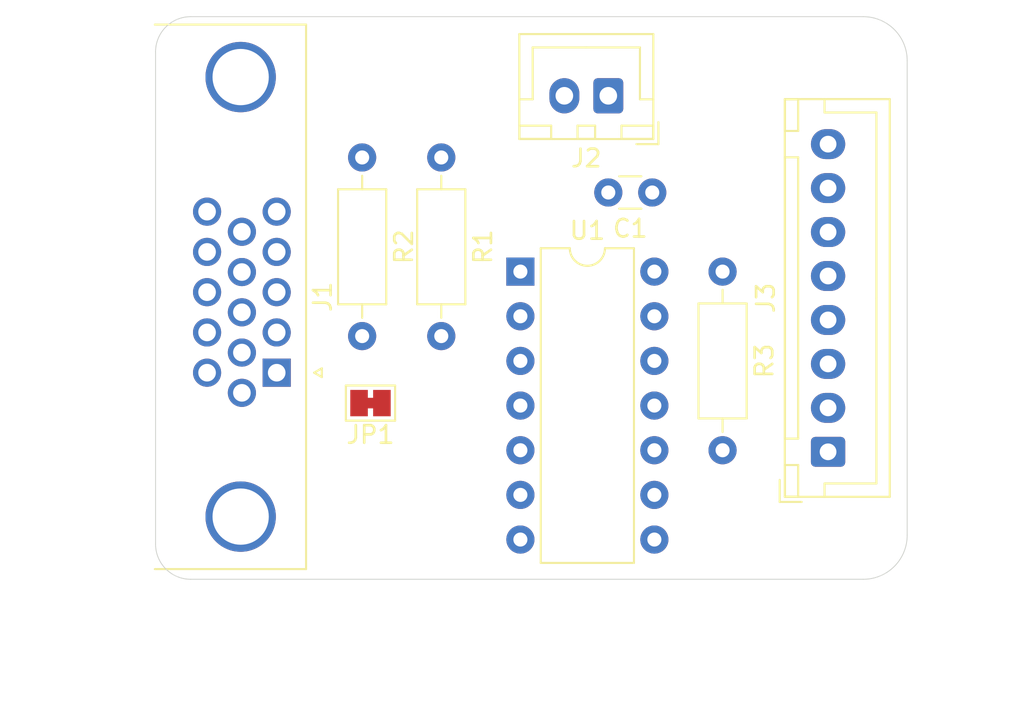
<source format=kicad_pcb>
(kicad_pcb (version 20171130) (host pcbnew "(5.1.10)-1")

  (general
    (thickness 1.6)
    (drawings 20)
    (tracks 0)
    (zones 0)
    (modules 9)
    (nets 25)
  )

  (page A4)
  (layers
    (0 F.Cu signal)
    (31 B.Cu signal)
    (32 B.Adhes user)
    (33 F.Adhes user)
    (34 B.Paste user)
    (35 F.Paste user)
    (36 B.SilkS user)
    (37 F.SilkS user)
    (38 B.Mask user)
    (39 F.Mask user)
    (40 Dwgs.User user)
    (41 Cmts.User user)
    (42 Eco1.User user)
    (43 Eco2.User user)
    (44 Edge.Cuts user)
    (45 Margin user)
    (46 B.CrtYd user)
    (47 F.CrtYd user)
    (48 B.Fab user)
    (49 F.Fab user)
  )

  (setup
    (last_trace_width 0.25)
    (trace_clearance 0.2)
    (zone_clearance 0.508)
    (zone_45_only no)
    (trace_min 0.2)
    (via_size 0.8)
    (via_drill 0.4)
    (via_min_size 0.4)
    (via_min_drill 0.3)
    (uvia_size 0.3)
    (uvia_drill 0.1)
    (uvias_allowed no)
    (uvia_min_size 0.2)
    (uvia_min_drill 0.1)
    (edge_width 0.05)
    (segment_width 0.2)
    (pcb_text_width 0.3)
    (pcb_text_size 1.5 1.5)
    (mod_edge_width 0.12)
    (mod_text_size 1 1)
    (mod_text_width 0.15)
    (pad_size 1.524 1.524)
    (pad_drill 0.762)
    (pad_to_mask_clearance 0)
    (aux_axis_origin 0 0)
    (visible_elements FFFFFF7F)
    (pcbplotparams
      (layerselection 0x010fc_ffffffff)
      (usegerberextensions false)
      (usegerberattributes true)
      (usegerberadvancedattributes true)
      (creategerberjobfile true)
      (excludeedgelayer true)
      (linewidth 0.100000)
      (plotframeref false)
      (viasonmask false)
      (mode 1)
      (useauxorigin false)
      (hpglpennumber 1)
      (hpglpenspeed 20)
      (hpglpendiameter 15.000000)
      (psnegative false)
      (psa4output false)
      (plotreference true)
      (plotvalue true)
      (plotinvisibletext false)
      (padsonsilk false)
      (subtractmaskfromsilk false)
      (outputformat 1)
      (mirror false)
      (drillshape 1)
      (scaleselection 1)
      (outputdirectory ""))
  )

  (net 0 "")
  (net 1 GND)
  (net 2 +5V)
  (net 3 "Net-(J1-Pad0)")
  (net 4 "Net-(J1-Pad15)")
  (net 5 /VSync)
  (net 6 /HSync)
  (net 7 "Net-(J1-Pad12)")
  (net 8 "Net-(J1-Pad11)")
  (net 9 "Net-(J1-Pad9)")
  (net 10 "Net-(J1-Pad4)")
  (net 11 Blue)
  (net 12 Green)
  (net 13 Red)
  (net 14 "Net-(J3-Pad5)")
  (net 15 "Net-(J3-Pad4)")
  (net 16 "Net-(J3-Pad3)")
  (net 17 /CSync)
  (net 18 "Net-(U1-Pad13)")
  (net 19 "Net-(U1-Pad12)")
  (net 20 "Net-(U1-Pad11)")
  (net 21 "Net-(U1-Pad3)")
  (net 22 "Net-(U1-Pad10)")
  (net 23 "Net-(U1-Pad9)")
  (net 24 "Net-(U1-Pad8)")

  (net_class Default "This is the default net class."
    (clearance 0.2)
    (trace_width 0.25)
    (via_dia 0.8)
    (via_drill 0.4)
    (uvia_dia 0.3)
    (uvia_drill 0.1)
    (add_net +5V)
    (add_net /CSync)
    (add_net /HSync)
    (add_net /VSync)
    (add_net Blue)
    (add_net GND)
    (add_net Green)
    (add_net "Net-(J1-Pad0)")
    (add_net "Net-(J1-Pad11)")
    (add_net "Net-(J1-Pad12)")
    (add_net "Net-(J1-Pad15)")
    (add_net "Net-(J1-Pad4)")
    (add_net "Net-(J1-Pad9)")
    (add_net "Net-(J3-Pad3)")
    (add_net "Net-(J3-Pad4)")
    (add_net "Net-(J3-Pad5)")
    (add_net "Net-(U1-Pad10)")
    (add_net "Net-(U1-Pad11)")
    (add_net "Net-(U1-Pad12)")
    (add_net "Net-(U1-Pad13)")
    (add_net "Net-(U1-Pad3)")
    (add_net "Net-(U1-Pad8)")
    (add_net "Net-(U1-Pad9)")
    (add_net Red)
  )

  (module Connector_Dsub:DSUB-15-HD_Female_Horizontal_P2.29x1.98mm_EdgePinOffset3.03mm_Housed_MountingHolesOffset4.94mm (layer F.Cu) (tedit 59FEDEE2) (tstamp 617BBBEE)
    (at 104.14 76.75 270)
    (descr "15-pin D-Sub connector, horizontal/angled (90 deg), THT-mount, female, pitch 2.29x1.98mm, pin-PCB-offset 3.0300000000000002mm, distance of mounting holes 25mm, distance of mounting holes to PCB edge 4.9399999999999995mm, see https://disti-assets.s3.amazonaws.com/tonar/files/datasheets/16730.pdf")
    (tags "15-pin D-Sub connector horizontal angled 90deg THT female pitch 2.29x1.98mm pin-PCB-offset 3.0300000000000002mm mounting-holes-distance 25mm mounting-hole-offset 25mm")
    (path /617AF535)
    (fp_text reference J1 (at -4.315 -2.61 90) (layer F.SilkS)
      (effects (font (size 1 1) (thickness 0.15)))
    )
    (fp_text value DB15_Female_HighDensity_MountingHoles (at -4.315 14.89 90) (layer F.Fab)
      (effects (font (size 1 1) (thickness 0.15)))
    )
    (fp_text user %R (at -4.315 10.39 90) (layer F.Fab)
      (effects (font (size 1 1) (thickness 0.15)))
    )
    (fp_arc (start 8.185 2.05) (end 6.585 2.05) (angle 180) (layer F.Fab) (width 0.1))
    (fp_arc (start -16.815 2.05) (end -18.415 2.05) (angle 180) (layer F.Fab) (width 0.1))
    (fp_line (start -19.74 -1.61) (end -19.74 6.99) (layer F.Fab) (width 0.1))
    (fp_line (start -19.74 6.99) (end 11.11 6.99) (layer F.Fab) (width 0.1))
    (fp_line (start 11.11 6.99) (end 11.11 -1.61) (layer F.Fab) (width 0.1))
    (fp_line (start 11.11 -1.61) (end -19.74 -1.61) (layer F.Fab) (width 0.1))
    (fp_line (start -19.74 6.99) (end -19.74 7.39) (layer F.Fab) (width 0.1))
    (fp_line (start -19.74 7.39) (end 11.11 7.39) (layer F.Fab) (width 0.1))
    (fp_line (start 11.11 7.39) (end 11.11 6.99) (layer F.Fab) (width 0.1))
    (fp_line (start 11.11 6.99) (end -19.74 6.99) (layer F.Fab) (width 0.1))
    (fp_line (start -12.465 7.39) (end -12.465 13.39) (layer F.Fab) (width 0.1))
    (fp_line (start -12.465 13.39) (end 3.835 13.39) (layer F.Fab) (width 0.1))
    (fp_line (start 3.835 13.39) (end 3.835 7.39) (layer F.Fab) (width 0.1))
    (fp_line (start 3.835 7.39) (end -12.465 7.39) (layer F.Fab) (width 0.1))
    (fp_line (start -19.315 7.39) (end -19.315 12.39) (layer F.Fab) (width 0.1))
    (fp_line (start -19.315 12.39) (end -14.315 12.39) (layer F.Fab) (width 0.1))
    (fp_line (start -14.315 12.39) (end -14.315 7.39) (layer F.Fab) (width 0.1))
    (fp_line (start -14.315 7.39) (end -19.315 7.39) (layer F.Fab) (width 0.1))
    (fp_line (start 5.685 7.39) (end 5.685 12.39) (layer F.Fab) (width 0.1))
    (fp_line (start 5.685 12.39) (end 10.685 12.39) (layer F.Fab) (width 0.1))
    (fp_line (start 10.685 12.39) (end 10.685 7.39) (layer F.Fab) (width 0.1))
    (fp_line (start 10.685 7.39) (end 5.685 7.39) (layer F.Fab) (width 0.1))
    (fp_line (start -18.415 6.99) (end -18.415 2.05) (layer F.Fab) (width 0.1))
    (fp_line (start -15.215 6.99) (end -15.215 2.05) (layer F.Fab) (width 0.1))
    (fp_line (start 6.585 6.99) (end 6.585 2.05) (layer F.Fab) (width 0.1))
    (fp_line (start 9.785 6.99) (end 9.785 2.05) (layer F.Fab) (width 0.1))
    (fp_line (start -19.8 6.93) (end -19.8 -1.67) (layer F.SilkS) (width 0.12))
    (fp_line (start -19.8 -1.67) (end 11.17 -1.67) (layer F.SilkS) (width 0.12))
    (fp_line (start 11.17 -1.67) (end 11.17 6.93) (layer F.SilkS) (width 0.12))
    (fp_line (start -0.25 -2.564338) (end 0.25 -2.564338) (layer F.SilkS) (width 0.12))
    (fp_line (start 0.25 -2.564338) (end 0 -2.131325) (layer F.SilkS) (width 0.12))
    (fp_line (start 0 -2.131325) (end -0.25 -2.564338) (layer F.SilkS) (width 0.12))
    (fp_line (start -20.25 -2.15) (end -20.25 13.9) (layer F.CrtYd) (width 0.05))
    (fp_line (start -20.25 13.9) (end 11.65 13.9) (layer F.CrtYd) (width 0.05))
    (fp_line (start 11.65 13.9) (end 11.65 -2.15) (layer F.CrtYd) (width 0.05))
    (fp_line (start 11.65 -2.15) (end -20.25 -2.15) (layer F.CrtYd) (width 0.05))
    (pad 0 thru_hole circle (at 8.185 2.05 270) (size 4 4) (drill 3.2) (layers *.Cu *.Mask)
      (net 3 "Net-(J1-Pad0)"))
    (pad 0 thru_hole circle (at -16.815 2.05 270) (size 4 4) (drill 3.2) (layers *.Cu *.Mask)
      (net 3 "Net-(J1-Pad0)"))
    (pad 15 thru_hole circle (at -9.16 3.96 270) (size 1.6 1.6) (drill 1) (layers *.Cu *.Mask)
      (net 4 "Net-(J1-Pad15)"))
    (pad 14 thru_hole circle (at -6.87 3.96 270) (size 1.6 1.6) (drill 1) (layers *.Cu *.Mask)
      (net 5 /VSync))
    (pad 13 thru_hole circle (at -4.58 3.96 270) (size 1.6 1.6) (drill 1) (layers *.Cu *.Mask)
      (net 6 /HSync))
    (pad 12 thru_hole circle (at -2.29 3.96 270) (size 1.6 1.6) (drill 1) (layers *.Cu *.Mask)
      (net 7 "Net-(J1-Pad12)"))
    (pad 11 thru_hole circle (at 0 3.96 270) (size 1.6 1.6) (drill 1) (layers *.Cu *.Mask)
      (net 8 "Net-(J1-Pad11)"))
    (pad 10 thru_hole circle (at -8.015 1.98 270) (size 1.6 1.6) (drill 1) (layers *.Cu *.Mask)
      (net 1 GND))
    (pad 9 thru_hole circle (at -5.725 1.98 270) (size 1.6 1.6) (drill 1) (layers *.Cu *.Mask)
      (net 9 "Net-(J1-Pad9)"))
    (pad 8 thru_hole circle (at -3.435 1.98 270) (size 1.6 1.6) (drill 1) (layers *.Cu *.Mask)
      (net 1 GND))
    (pad 7 thru_hole circle (at -1.145 1.98 270) (size 1.6 1.6) (drill 1) (layers *.Cu *.Mask)
      (net 1 GND))
    (pad 6 thru_hole circle (at 1.145 1.98 270) (size 1.6 1.6) (drill 1) (layers *.Cu *.Mask)
      (net 1 GND))
    (pad 5 thru_hole circle (at -9.16 0 270) (size 1.6 1.6) (drill 1) (layers *.Cu *.Mask)
      (net 1 GND))
    (pad 4 thru_hole circle (at -6.87 0 270) (size 1.6 1.6) (drill 1) (layers *.Cu *.Mask)
      (net 10 "Net-(J1-Pad4)"))
    (pad 3 thru_hole circle (at -4.58 0 270) (size 1.6 1.6) (drill 1) (layers *.Cu *.Mask)
      (net 11 Blue))
    (pad 2 thru_hole circle (at -2.29 0 270) (size 1.6 1.6) (drill 1) (layers *.Cu *.Mask)
      (net 12 Green))
    (pad 1 thru_hole rect (at 0 0 270) (size 1.6 1.6) (drill 1) (layers *.Cu *.Mask)
      (net 13 Red))
    (model ${KISYS3DMOD}/Connector_Dsub.3dshapes/DSUB-15-HD_Female_Horizontal_P2.29x1.98mm_EdgePinOffset3.03mm_Housed_MountingHolesOffset4.94mm.wrl
      (at (xyz 0 0 0))
      (scale (xyz 1 1 1))
      (rotate (xyz 0 0 0))
    )
  )

  (module Package_DIP:DIP-14_W7.62mm (layer F.Cu) (tedit 5A02E8C5) (tstamp 617B9516)
    (at 118 71)
    (descr "14-lead though-hole mounted DIP package, row spacing 7.62 mm (300 mils)")
    (tags "THT DIP DIL PDIP 2.54mm 7.62mm 300mil")
    (path /617B8B9C)
    (fp_text reference U1 (at 3.81 -2.33) (layer F.SilkS)
      (effects (font (size 1 1) (thickness 0.15)))
    )
    (fp_text value 74LS86 (at 3.81 17.57) (layer F.Fab)
      (effects (font (size 1 1) (thickness 0.15)))
    )
    (fp_text user %R (at 3.81 7.62) (layer F.Fab)
      (effects (font (size 1 1) (thickness 0.15)))
    )
    (fp_arc (start 3.81 -1.33) (end 2.81 -1.33) (angle -180) (layer F.SilkS) (width 0.12))
    (fp_line (start 1.635 -1.27) (end 6.985 -1.27) (layer F.Fab) (width 0.1))
    (fp_line (start 6.985 -1.27) (end 6.985 16.51) (layer F.Fab) (width 0.1))
    (fp_line (start 6.985 16.51) (end 0.635 16.51) (layer F.Fab) (width 0.1))
    (fp_line (start 0.635 16.51) (end 0.635 -0.27) (layer F.Fab) (width 0.1))
    (fp_line (start 0.635 -0.27) (end 1.635 -1.27) (layer F.Fab) (width 0.1))
    (fp_line (start 2.81 -1.33) (end 1.16 -1.33) (layer F.SilkS) (width 0.12))
    (fp_line (start 1.16 -1.33) (end 1.16 16.57) (layer F.SilkS) (width 0.12))
    (fp_line (start 1.16 16.57) (end 6.46 16.57) (layer F.SilkS) (width 0.12))
    (fp_line (start 6.46 16.57) (end 6.46 -1.33) (layer F.SilkS) (width 0.12))
    (fp_line (start 6.46 -1.33) (end 4.81 -1.33) (layer F.SilkS) (width 0.12))
    (fp_line (start -1.1 -1.55) (end -1.1 16.8) (layer F.CrtYd) (width 0.05))
    (fp_line (start -1.1 16.8) (end 8.7 16.8) (layer F.CrtYd) (width 0.05))
    (fp_line (start 8.7 16.8) (end 8.7 -1.55) (layer F.CrtYd) (width 0.05))
    (fp_line (start 8.7 -1.55) (end -1.1 -1.55) (layer F.CrtYd) (width 0.05))
    (pad 14 thru_hole oval (at 7.62 0) (size 1.6 1.6) (drill 0.8) (layers *.Cu *.Mask)
      (net 2 +5V))
    (pad 7 thru_hole oval (at 0 15.24) (size 1.6 1.6) (drill 0.8) (layers *.Cu *.Mask)
      (net 1 GND))
    (pad 13 thru_hole oval (at 7.62 2.54) (size 1.6 1.6) (drill 0.8) (layers *.Cu *.Mask)
      (net 18 "Net-(U1-Pad13)"))
    (pad 6 thru_hole oval (at 0 12.7) (size 1.6 1.6) (drill 0.8) (layers *.Cu *.Mask)
      (net 17 /CSync))
    (pad 12 thru_hole oval (at 7.62 5.08) (size 1.6 1.6) (drill 0.8) (layers *.Cu *.Mask)
      (net 19 "Net-(U1-Pad12)"))
    (pad 5 thru_hole oval (at 0 10.16) (size 1.6 1.6) (drill 0.8) (layers *.Cu *.Mask)
      (net 2 +5V))
    (pad 11 thru_hole oval (at 7.62 7.62) (size 1.6 1.6) (drill 0.8) (layers *.Cu *.Mask)
      (net 20 "Net-(U1-Pad11)"))
    (pad 4 thru_hole oval (at 0 7.62) (size 1.6 1.6) (drill 0.8) (layers *.Cu *.Mask)
      (net 21 "Net-(U1-Pad3)"))
    (pad 10 thru_hole oval (at 7.62 10.16) (size 1.6 1.6) (drill 0.8) (layers *.Cu *.Mask)
      (net 22 "Net-(U1-Pad10)"))
    (pad 3 thru_hole oval (at 0 5.08) (size 1.6 1.6) (drill 0.8) (layers *.Cu *.Mask)
      (net 21 "Net-(U1-Pad3)"))
    (pad 9 thru_hole oval (at 7.62 12.7) (size 1.6 1.6) (drill 0.8) (layers *.Cu *.Mask)
      (net 23 "Net-(U1-Pad9)"))
    (pad 2 thru_hole oval (at 0 2.54) (size 1.6 1.6) (drill 0.8) (layers *.Cu *.Mask)
      (net 5 /VSync))
    (pad 8 thru_hole oval (at 7.62 15.24) (size 1.6 1.6) (drill 0.8) (layers *.Cu *.Mask)
      (net 24 "Net-(U1-Pad8)"))
    (pad 1 thru_hole rect (at 0 0) (size 1.6 1.6) (drill 0.8) (layers *.Cu *.Mask)
      (net 6 /HSync))
    (model ${KISYS3DMOD}/Package_DIP.3dshapes/DIP-14_W7.62mm.wrl
      (at (xyz 0 0 0))
      (scale (xyz 1 1 1))
      (rotate (xyz 0 0 0))
    )
  )

  (module Resistor_THT:R_Axial_DIN0207_L6.3mm_D2.5mm_P10.16mm_Horizontal (layer F.Cu) (tedit 5AE5139B) (tstamp 617B94F4)
    (at 129.5 71 270)
    (descr "Resistor, Axial_DIN0207 series, Axial, Horizontal, pin pitch=10.16mm, 0.25W = 1/4W, length*diameter=6.3*2.5mm^2, http://cdn-reichelt.de/documents/datenblatt/B400/1_4W%23YAG.pdf")
    (tags "Resistor Axial_DIN0207 series Axial Horizontal pin pitch 10.16mm 0.25W = 1/4W length 6.3mm diameter 2.5mm")
    (path /617F445A)
    (fp_text reference R3 (at 5.08 -2.37 90) (layer F.SilkS)
      (effects (font (size 1 1) (thickness 0.15)))
    )
    (fp_text value 0Ohm (at 5.08 2.37 90) (layer F.Fab)
      (effects (font (size 1 1) (thickness 0.15)))
    )
    (fp_text user %R (at 5.08 0 90) (layer F.Fab)
      (effects (font (size 1 1) (thickness 0.15)))
    )
    (fp_line (start 1.93 -1.25) (end 1.93 1.25) (layer F.Fab) (width 0.1))
    (fp_line (start 1.93 1.25) (end 8.23 1.25) (layer F.Fab) (width 0.1))
    (fp_line (start 8.23 1.25) (end 8.23 -1.25) (layer F.Fab) (width 0.1))
    (fp_line (start 8.23 -1.25) (end 1.93 -1.25) (layer F.Fab) (width 0.1))
    (fp_line (start 0 0) (end 1.93 0) (layer F.Fab) (width 0.1))
    (fp_line (start 10.16 0) (end 8.23 0) (layer F.Fab) (width 0.1))
    (fp_line (start 1.81 -1.37) (end 1.81 1.37) (layer F.SilkS) (width 0.12))
    (fp_line (start 1.81 1.37) (end 8.35 1.37) (layer F.SilkS) (width 0.12))
    (fp_line (start 8.35 1.37) (end 8.35 -1.37) (layer F.SilkS) (width 0.12))
    (fp_line (start 8.35 -1.37) (end 1.81 -1.37) (layer F.SilkS) (width 0.12))
    (fp_line (start 1.04 0) (end 1.81 0) (layer F.SilkS) (width 0.12))
    (fp_line (start 9.12 0) (end 8.35 0) (layer F.SilkS) (width 0.12))
    (fp_line (start -1.05 -1.5) (end -1.05 1.5) (layer F.CrtYd) (width 0.05))
    (fp_line (start -1.05 1.5) (end 11.21 1.5) (layer F.CrtYd) (width 0.05))
    (fp_line (start 11.21 1.5) (end 11.21 -1.5) (layer F.CrtYd) (width 0.05))
    (fp_line (start 11.21 -1.5) (end -1.05 -1.5) (layer F.CrtYd) (width 0.05))
    (pad 2 thru_hole oval (at 10.16 0 270) (size 1.6 1.6) (drill 0.8) (layers *.Cu *.Mask)
      (net 17 /CSync))
    (pad 1 thru_hole circle (at 0 0 270) (size 1.6 1.6) (drill 0.8) (layers *.Cu *.Mask)
      (net 14 "Net-(J3-Pad5)"))
    (model ${KISYS3DMOD}/Resistor_THT.3dshapes/R_Axial_DIN0207_L6.3mm_D2.5mm_P10.16mm_Horizontal.wrl
      (at (xyz 0 0 0))
      (scale (xyz 1 1 1))
      (rotate (xyz 0 0 0))
    )
  )

  (module Resistor_THT:R_Axial_DIN0207_L6.3mm_D2.5mm_P10.16mm_Horizontal (layer F.Cu) (tedit 5AE5139B) (tstamp 617B94DD)
    (at 109 64.508 270)
    (descr "Resistor, Axial_DIN0207 series, Axial, Horizontal, pin pitch=10.16mm, 0.25W = 1/4W, length*diameter=6.3*2.5mm^2, http://cdn-reichelt.de/documents/datenblatt/B400/1_4W%23YAG.pdf")
    (tags "Resistor Axial_DIN0207 series Axial Horizontal pin pitch 10.16mm 0.25W = 1/4W length 6.3mm diameter 2.5mm")
    (path /617C4DEA)
    (fp_text reference R2 (at 5.08 -2.37 90) (layer F.SilkS)
      (effects (font (size 1 1) (thickness 0.15)))
    )
    (fp_text value 10k (at 5.08 2.37 90) (layer F.Fab)
      (effects (font (size 1 1) (thickness 0.15)))
    )
    (fp_text user %R (at 5.08 0 90) (layer F.Fab)
      (effects (font (size 1 1) (thickness 0.15)))
    )
    (fp_line (start 1.93 -1.25) (end 1.93 1.25) (layer F.Fab) (width 0.1))
    (fp_line (start 1.93 1.25) (end 8.23 1.25) (layer F.Fab) (width 0.1))
    (fp_line (start 8.23 1.25) (end 8.23 -1.25) (layer F.Fab) (width 0.1))
    (fp_line (start 8.23 -1.25) (end 1.93 -1.25) (layer F.Fab) (width 0.1))
    (fp_line (start 0 0) (end 1.93 0) (layer F.Fab) (width 0.1))
    (fp_line (start 10.16 0) (end 8.23 0) (layer F.Fab) (width 0.1))
    (fp_line (start 1.81 -1.37) (end 1.81 1.37) (layer F.SilkS) (width 0.12))
    (fp_line (start 1.81 1.37) (end 8.35 1.37) (layer F.SilkS) (width 0.12))
    (fp_line (start 8.35 1.37) (end 8.35 -1.37) (layer F.SilkS) (width 0.12))
    (fp_line (start 8.35 -1.37) (end 1.81 -1.37) (layer F.SilkS) (width 0.12))
    (fp_line (start 1.04 0) (end 1.81 0) (layer F.SilkS) (width 0.12))
    (fp_line (start 9.12 0) (end 8.35 0) (layer F.SilkS) (width 0.12))
    (fp_line (start -1.05 -1.5) (end -1.05 1.5) (layer F.CrtYd) (width 0.05))
    (fp_line (start -1.05 1.5) (end 11.21 1.5) (layer F.CrtYd) (width 0.05))
    (fp_line (start 11.21 1.5) (end 11.21 -1.5) (layer F.CrtYd) (width 0.05))
    (fp_line (start 11.21 -1.5) (end -1.05 -1.5) (layer F.CrtYd) (width 0.05))
    (pad 2 thru_hole oval (at 10.16 0 270) (size 1.6 1.6) (drill 0.8) (layers *.Cu *.Mask)
      (net 2 +5V))
    (pad 1 thru_hole circle (at 0 0 270) (size 1.6 1.6) (drill 0.8) (layers *.Cu *.Mask)
      (net 5 /VSync))
    (model ${KISYS3DMOD}/Resistor_THT.3dshapes/R_Axial_DIN0207_L6.3mm_D2.5mm_P10.16mm_Horizontal.wrl
      (at (xyz 0 0 0))
      (scale (xyz 1 1 1))
      (rotate (xyz 0 0 0))
    )
  )

  (module Resistor_THT:R_Axial_DIN0207_L6.3mm_D2.5mm_P10.16mm_Horizontal (layer F.Cu) (tedit 5AE5139B) (tstamp 617B9AD1)
    (at 113.5 64.508 270)
    (descr "Resistor, Axial_DIN0207 series, Axial, Horizontal, pin pitch=10.16mm, 0.25W = 1/4W, length*diameter=6.3*2.5mm^2, http://cdn-reichelt.de/documents/datenblatt/B400/1_4W%23YAG.pdf")
    (tags "Resistor Axial_DIN0207 series Axial Horizontal pin pitch 10.16mm 0.25W = 1/4W length 6.3mm diameter 2.5mm")
    (path /617C3DD7)
    (fp_text reference R1 (at 5.08 -2.37 90) (layer F.SilkS)
      (effects (font (size 1 1) (thickness 0.15)))
    )
    (fp_text value 10k (at 5.08 2.37 90) (layer F.Fab)
      (effects (font (size 1 1) (thickness 0.15)))
    )
    (fp_text user %R (at 5.08 0 90) (layer F.Fab)
      (effects (font (size 1 1) (thickness 0.15)))
    )
    (fp_line (start 1.93 -1.25) (end 1.93 1.25) (layer F.Fab) (width 0.1))
    (fp_line (start 1.93 1.25) (end 8.23 1.25) (layer F.Fab) (width 0.1))
    (fp_line (start 8.23 1.25) (end 8.23 -1.25) (layer F.Fab) (width 0.1))
    (fp_line (start 8.23 -1.25) (end 1.93 -1.25) (layer F.Fab) (width 0.1))
    (fp_line (start 0 0) (end 1.93 0) (layer F.Fab) (width 0.1))
    (fp_line (start 10.16 0) (end 8.23 0) (layer F.Fab) (width 0.1))
    (fp_line (start 1.81 -1.37) (end 1.81 1.37) (layer F.SilkS) (width 0.12))
    (fp_line (start 1.81 1.37) (end 8.35 1.37) (layer F.SilkS) (width 0.12))
    (fp_line (start 8.35 1.37) (end 8.35 -1.37) (layer F.SilkS) (width 0.12))
    (fp_line (start 8.35 -1.37) (end 1.81 -1.37) (layer F.SilkS) (width 0.12))
    (fp_line (start 1.04 0) (end 1.81 0) (layer F.SilkS) (width 0.12))
    (fp_line (start 9.12 0) (end 8.35 0) (layer F.SilkS) (width 0.12))
    (fp_line (start -1.05 -1.5) (end -1.05 1.5) (layer F.CrtYd) (width 0.05))
    (fp_line (start -1.05 1.5) (end 11.21 1.5) (layer F.CrtYd) (width 0.05))
    (fp_line (start 11.21 1.5) (end 11.21 -1.5) (layer F.CrtYd) (width 0.05))
    (fp_line (start 11.21 -1.5) (end -1.05 -1.5) (layer F.CrtYd) (width 0.05))
    (pad 2 thru_hole oval (at 10.16 0 270) (size 1.6 1.6) (drill 0.8) (layers *.Cu *.Mask)
      (net 2 +5V))
    (pad 1 thru_hole circle (at 0 0 270) (size 1.6 1.6) (drill 0.8) (layers *.Cu *.Mask)
      (net 6 /HSync))
    (model ${KISYS3DMOD}/Resistor_THT.3dshapes/R_Axial_DIN0207_L6.3mm_D2.5mm_P10.16mm_Horizontal.wrl
      (at (xyz 0 0 0))
      (scale (xyz 1 1 1))
      (rotate (xyz 0 0 0))
    )
  )

  (module Jumper:SolderJumper-2_P1.3mm_Bridged_Pad1.0x1.5mm (layer F.Cu) (tedit 5C756AB2) (tstamp 617B94AF)
    (at 109.474 78.478 180)
    (descr "SMD Solder Jumper, 1x1.5mm Pads, 0.3mm gap, bridged with 1 copper strip")
    (tags "solder jumper open")
    (path /617C9602)
    (attr virtual)
    (fp_text reference JP1 (at 0 -1.8) (layer F.SilkS)
      (effects (font (size 1 1) (thickness 0.15)))
    )
    (fp_text value SolderJumper_2_Bridged (at 0 1.9) (layer F.Fab)
      (effects (font (size 1 1) (thickness 0.15)))
    )
    (fp_line (start -1.4 1) (end -1.4 -1) (layer F.SilkS) (width 0.12))
    (fp_line (start 1.4 1) (end -1.4 1) (layer F.SilkS) (width 0.12))
    (fp_line (start 1.4 -1) (end 1.4 1) (layer F.SilkS) (width 0.12))
    (fp_line (start -1.4 -1) (end 1.4 -1) (layer F.SilkS) (width 0.12))
    (fp_line (start -1.65 -1.25) (end 1.65 -1.25) (layer F.CrtYd) (width 0.05))
    (fp_line (start -1.65 -1.25) (end -1.65 1.25) (layer F.CrtYd) (width 0.05))
    (fp_line (start 1.65 1.25) (end 1.65 -1.25) (layer F.CrtYd) (width 0.05))
    (fp_line (start 1.65 1.25) (end -1.65 1.25) (layer F.CrtYd) (width 0.05))
    (fp_poly (pts (xy -0.25 -0.3) (xy 0.25 -0.3) (xy 0.25 0.3) (xy -0.25 0.3)) (layer F.Cu) (width 0))
    (pad 2 smd rect (at 0.65 0 180) (size 1 1.5) (layers F.Cu F.Mask)
      (net 3 "Net-(J1-Pad0)"))
    (pad 1 smd rect (at -0.65 0 180) (size 1 1.5) (layers F.Cu F.Mask)
      (net 1 GND))
  )

  (module Connector_JST:JST_XH_B8B-XH-A_1x08_P2.50mm_Vertical (layer F.Cu) (tedit 5C28146C) (tstamp 617B94A0)
    (at 135.5 81.25 90)
    (descr "JST XH series connector, B8B-XH-A (http://www.jst-mfg.com/product/pdf/eng/eXH.pdf), generated with kicad-footprint-generator")
    (tags "connector JST XH vertical")
    (path /617E9E1B)
    (fp_text reference J3 (at 8.75 -3.55 90) (layer F.SilkS)
      (effects (font (size 1 1) (thickness 0.15)))
    )
    (fp_text value JST-XH (at 8.75 4.6 90) (layer F.Fab)
      (effects (font (size 1 1) (thickness 0.15)))
    )
    (fp_text user %R (at 8.75 2.7 90) (layer F.Fab)
      (effects (font (size 1 1) (thickness 0.15)))
    )
    (fp_line (start -2.45 -2.35) (end -2.45 3.4) (layer F.Fab) (width 0.1))
    (fp_line (start -2.45 3.4) (end 19.95 3.4) (layer F.Fab) (width 0.1))
    (fp_line (start 19.95 3.4) (end 19.95 -2.35) (layer F.Fab) (width 0.1))
    (fp_line (start 19.95 -2.35) (end -2.45 -2.35) (layer F.Fab) (width 0.1))
    (fp_line (start -2.56 -2.46) (end -2.56 3.51) (layer F.SilkS) (width 0.12))
    (fp_line (start -2.56 3.51) (end 20.06 3.51) (layer F.SilkS) (width 0.12))
    (fp_line (start 20.06 3.51) (end 20.06 -2.46) (layer F.SilkS) (width 0.12))
    (fp_line (start 20.06 -2.46) (end -2.56 -2.46) (layer F.SilkS) (width 0.12))
    (fp_line (start -2.95 -2.85) (end -2.95 3.9) (layer F.CrtYd) (width 0.05))
    (fp_line (start -2.95 3.9) (end 20.45 3.9) (layer F.CrtYd) (width 0.05))
    (fp_line (start 20.45 3.9) (end 20.45 -2.85) (layer F.CrtYd) (width 0.05))
    (fp_line (start 20.45 -2.85) (end -2.95 -2.85) (layer F.CrtYd) (width 0.05))
    (fp_line (start -0.625 -2.35) (end 0 -1.35) (layer F.Fab) (width 0.1))
    (fp_line (start 0 -1.35) (end 0.625 -2.35) (layer F.Fab) (width 0.1))
    (fp_line (start 0.75 -2.45) (end 0.75 -1.7) (layer F.SilkS) (width 0.12))
    (fp_line (start 0.75 -1.7) (end 16.75 -1.7) (layer F.SilkS) (width 0.12))
    (fp_line (start 16.75 -1.7) (end 16.75 -2.45) (layer F.SilkS) (width 0.12))
    (fp_line (start 16.75 -2.45) (end 0.75 -2.45) (layer F.SilkS) (width 0.12))
    (fp_line (start -2.55 -2.45) (end -2.55 -1.7) (layer F.SilkS) (width 0.12))
    (fp_line (start -2.55 -1.7) (end -0.75 -1.7) (layer F.SilkS) (width 0.12))
    (fp_line (start -0.75 -1.7) (end -0.75 -2.45) (layer F.SilkS) (width 0.12))
    (fp_line (start -0.75 -2.45) (end -2.55 -2.45) (layer F.SilkS) (width 0.12))
    (fp_line (start 18.25 -2.45) (end 18.25 -1.7) (layer F.SilkS) (width 0.12))
    (fp_line (start 18.25 -1.7) (end 20.05 -1.7) (layer F.SilkS) (width 0.12))
    (fp_line (start 20.05 -1.7) (end 20.05 -2.45) (layer F.SilkS) (width 0.12))
    (fp_line (start 20.05 -2.45) (end 18.25 -2.45) (layer F.SilkS) (width 0.12))
    (fp_line (start -2.55 -0.2) (end -1.8 -0.2) (layer F.SilkS) (width 0.12))
    (fp_line (start -1.8 -0.2) (end -1.8 2.75) (layer F.SilkS) (width 0.12))
    (fp_line (start -1.8 2.75) (end 8.75 2.75) (layer F.SilkS) (width 0.12))
    (fp_line (start 20.05 -0.2) (end 19.3 -0.2) (layer F.SilkS) (width 0.12))
    (fp_line (start 19.3 -0.2) (end 19.3 2.75) (layer F.SilkS) (width 0.12))
    (fp_line (start 19.3 2.75) (end 8.75 2.75) (layer F.SilkS) (width 0.12))
    (fp_line (start -1.6 -2.75) (end -2.85 -2.75) (layer F.SilkS) (width 0.12))
    (fp_line (start -2.85 -2.75) (end -2.85 -1.5) (layer F.SilkS) (width 0.12))
    (pad 8 thru_hole oval (at 17.5 0 90) (size 1.7 1.95) (drill 0.95) (layers *.Cu *.Mask)
      (net 13 Red))
    (pad 7 thru_hole oval (at 15 0 90) (size 1.7 1.95) (drill 0.95) (layers *.Cu *.Mask)
      (net 12 Green))
    (pad 6 thru_hole oval (at 12.5 0 90) (size 1.7 1.95) (drill 0.95) (layers *.Cu *.Mask)
      (net 11 Blue))
    (pad 5 thru_hole oval (at 10 0 90) (size 1.7 1.95) (drill 0.95) (layers *.Cu *.Mask)
      (net 14 "Net-(J3-Pad5)"))
    (pad 4 thru_hole oval (at 7.5 0 90) (size 1.7 1.95) (drill 0.95) (layers *.Cu *.Mask)
      (net 15 "Net-(J3-Pad4)"))
    (pad 3 thru_hole oval (at 5 0 90) (size 1.7 1.95) (drill 0.95) (layers *.Cu *.Mask)
      (net 16 "Net-(J3-Pad3)"))
    (pad 2 thru_hole oval (at 2.5 0 90) (size 1.7 1.95) (drill 0.95) (layers *.Cu *.Mask)
      (net 1 GND))
    (pad 1 thru_hole roundrect (at 0 0 90) (size 1.7 1.95) (drill 0.95) (layers *.Cu *.Mask) (roundrect_rratio 0.147059)
      (net 1 GND))
    (model ${KISYS3DMOD}/Connector_JST.3dshapes/JST_XH_B8B-XH-A_1x08_P2.50mm_Vertical.wrl
      (at (xyz 0 0 0))
      (scale (xyz 1 1 1))
      (rotate (xyz 0 0 0))
    )
  )

  (module Connector_JST:JST_XH_B2B-XH-A_1x02_P2.50mm_Vertical (layer F.Cu) (tedit 5C28146C) (tstamp 617B9471)
    (at 123 61 180)
    (descr "JST XH series connector, B2B-XH-A (http://www.jst-mfg.com/product/pdf/eng/eXH.pdf), generated with kicad-footprint-generator")
    (tags "connector JST XH vertical")
    (path /617E7B6B)
    (fp_text reference J2 (at 1.25 -3.55) (layer F.SilkS)
      (effects (font (size 1 1) (thickness 0.15)))
    )
    (fp_text value JST-XH (at 1.25 4.6) (layer F.Fab)
      (effects (font (size 1 1) (thickness 0.15)))
    )
    (fp_text user %R (at 1.25 2.7) (layer F.Fab)
      (effects (font (size 1 1) (thickness 0.15)))
    )
    (fp_line (start -2.45 -2.35) (end -2.45 3.4) (layer F.Fab) (width 0.1))
    (fp_line (start -2.45 3.4) (end 4.95 3.4) (layer F.Fab) (width 0.1))
    (fp_line (start 4.95 3.4) (end 4.95 -2.35) (layer F.Fab) (width 0.1))
    (fp_line (start 4.95 -2.35) (end -2.45 -2.35) (layer F.Fab) (width 0.1))
    (fp_line (start -2.56 -2.46) (end -2.56 3.51) (layer F.SilkS) (width 0.12))
    (fp_line (start -2.56 3.51) (end 5.06 3.51) (layer F.SilkS) (width 0.12))
    (fp_line (start 5.06 3.51) (end 5.06 -2.46) (layer F.SilkS) (width 0.12))
    (fp_line (start 5.06 -2.46) (end -2.56 -2.46) (layer F.SilkS) (width 0.12))
    (fp_line (start -2.95 -2.85) (end -2.95 3.9) (layer F.CrtYd) (width 0.05))
    (fp_line (start -2.95 3.9) (end 5.45 3.9) (layer F.CrtYd) (width 0.05))
    (fp_line (start 5.45 3.9) (end 5.45 -2.85) (layer F.CrtYd) (width 0.05))
    (fp_line (start 5.45 -2.85) (end -2.95 -2.85) (layer F.CrtYd) (width 0.05))
    (fp_line (start -0.625 -2.35) (end 0 -1.35) (layer F.Fab) (width 0.1))
    (fp_line (start 0 -1.35) (end 0.625 -2.35) (layer F.Fab) (width 0.1))
    (fp_line (start 0.75 -2.45) (end 0.75 -1.7) (layer F.SilkS) (width 0.12))
    (fp_line (start 0.75 -1.7) (end 1.75 -1.7) (layer F.SilkS) (width 0.12))
    (fp_line (start 1.75 -1.7) (end 1.75 -2.45) (layer F.SilkS) (width 0.12))
    (fp_line (start 1.75 -2.45) (end 0.75 -2.45) (layer F.SilkS) (width 0.12))
    (fp_line (start -2.55 -2.45) (end -2.55 -1.7) (layer F.SilkS) (width 0.12))
    (fp_line (start -2.55 -1.7) (end -0.75 -1.7) (layer F.SilkS) (width 0.12))
    (fp_line (start -0.75 -1.7) (end -0.75 -2.45) (layer F.SilkS) (width 0.12))
    (fp_line (start -0.75 -2.45) (end -2.55 -2.45) (layer F.SilkS) (width 0.12))
    (fp_line (start 3.25 -2.45) (end 3.25 -1.7) (layer F.SilkS) (width 0.12))
    (fp_line (start 3.25 -1.7) (end 5.05 -1.7) (layer F.SilkS) (width 0.12))
    (fp_line (start 5.05 -1.7) (end 5.05 -2.45) (layer F.SilkS) (width 0.12))
    (fp_line (start 5.05 -2.45) (end 3.25 -2.45) (layer F.SilkS) (width 0.12))
    (fp_line (start -2.55 -0.2) (end -1.8 -0.2) (layer F.SilkS) (width 0.12))
    (fp_line (start -1.8 -0.2) (end -1.8 2.75) (layer F.SilkS) (width 0.12))
    (fp_line (start -1.8 2.75) (end 1.25 2.75) (layer F.SilkS) (width 0.12))
    (fp_line (start 5.05 -0.2) (end 4.3 -0.2) (layer F.SilkS) (width 0.12))
    (fp_line (start 4.3 -0.2) (end 4.3 2.75) (layer F.SilkS) (width 0.12))
    (fp_line (start 4.3 2.75) (end 1.25 2.75) (layer F.SilkS) (width 0.12))
    (fp_line (start -1.6 -2.75) (end -2.85 -2.75) (layer F.SilkS) (width 0.12))
    (fp_line (start -2.85 -2.75) (end -2.85 -1.5) (layer F.SilkS) (width 0.12))
    (pad 2 thru_hole oval (at 2.5 0 180) (size 1.7 2) (drill 1) (layers *.Cu *.Mask)
      (net 1 GND))
    (pad 1 thru_hole roundrect (at 0 0 180) (size 1.7 2) (drill 1) (layers *.Cu *.Mask) (roundrect_rratio 0.147059)
      (net 2 +5V))
    (model ${KISYS3DMOD}/Connector_JST.3dshapes/JST_XH_B2B-XH-A_1x02_P2.50mm_Vertical.wrl
      (at (xyz 0 0 0))
      (scale (xyz 1 1 1))
      (rotate (xyz 0 0 0))
    )
  )

  (module Capacitor_THT:C_Disc_D3.0mm_W1.6mm_P2.50mm (layer F.Cu) (tedit 5AE50EF0) (tstamp 617B9BF8)
    (at 125.5 66.5 180)
    (descr "C, Disc series, Radial, pin pitch=2.50mm, , diameter*width=3.0*1.6mm^2, Capacitor, http://www.vishay.com/docs/45233/krseries.pdf")
    (tags "C Disc series Radial pin pitch 2.50mm  diameter 3.0mm width 1.6mm Capacitor")
    (path /617BBB08)
    (fp_text reference C1 (at 1.25 -2.05) (layer F.SilkS)
      (effects (font (size 1 1) (thickness 0.15)))
    )
    (fp_text value 0.1uF (at 1.25 2.05) (layer F.Fab)
      (effects (font (size 1 1) (thickness 0.15)))
    )
    (fp_text user %R (at 1.25 0) (layer F.Fab)
      (effects (font (size 0.6 0.6) (thickness 0.09)))
    )
    (fp_line (start -0.25 -0.8) (end -0.25 0.8) (layer F.Fab) (width 0.1))
    (fp_line (start -0.25 0.8) (end 2.75 0.8) (layer F.Fab) (width 0.1))
    (fp_line (start 2.75 0.8) (end 2.75 -0.8) (layer F.Fab) (width 0.1))
    (fp_line (start 2.75 -0.8) (end -0.25 -0.8) (layer F.Fab) (width 0.1))
    (fp_line (start 0.621 -0.92) (end 1.879 -0.92) (layer F.SilkS) (width 0.12))
    (fp_line (start 0.621 0.92) (end 1.879 0.92) (layer F.SilkS) (width 0.12))
    (fp_line (start -1.05 -1.05) (end -1.05 1.05) (layer F.CrtYd) (width 0.05))
    (fp_line (start -1.05 1.05) (end 3.55 1.05) (layer F.CrtYd) (width 0.05))
    (fp_line (start 3.55 1.05) (end 3.55 -1.05) (layer F.CrtYd) (width 0.05))
    (fp_line (start 3.55 -1.05) (end -1.05 -1.05) (layer F.CrtYd) (width 0.05))
    (pad 2 thru_hole circle (at 2.5 0 180) (size 1.6 1.6) (drill 0.8) (layers *.Cu *.Mask)
      (net 1 GND))
    (pad 1 thru_hole circle (at 0 0 180) (size 1.6 1.6) (drill 0.8) (layers *.Cu *.Mask)
      (net 2 +5V))
    (model ${KISYS3DMOD}/Capacitor_THT.3dshapes/C_Disc_D3.0mm_W1.6mm_P2.50mm.wrl
      (at (xyz 0 0 0))
      (scale (xyz 1 1 1))
      (rotate (xyz 0 0 0))
    )
  )

  (dimension 32 (width 0.15) (layer Dwgs.User)
    (gr_text "32.000 mm" (at 145.3 72.5 90) (layer Dwgs.User)
      (effects (font (size 1 1) (thickness 0.15)))
    )
    (feature1 (pts (xy 141.25 56.5) (xy 144.586421 56.5)))
    (feature2 (pts (xy 141.25 88.5) (xy 144.586421 88.5)))
    (crossbar (pts (xy 144 88.5) (xy 144 56.5)))
    (arrow1a (pts (xy 144 56.5) (xy 144.586421 57.626504)))
    (arrow1b (pts (xy 144 56.5) (xy 143.413579 57.626504)))
    (arrow2a (pts (xy 144 88.5) (xy 144.586421 87.373496)))
    (arrow2b (pts (xy 144 88.5) (xy 143.413579 87.373496)))
  )
  (dimension 42.75 (width 0.15) (layer Dwgs.User)
    (gr_text "42.750 mm" (at 118.625 96.3) (layer Dwgs.User)
      (effects (font (size 1 1) (thickness 0.15)))
    )
    (feature1 (pts (xy 140 90) (xy 140 95.586421)))
    (feature2 (pts (xy 97.25 90) (xy 97.25 95.586421)))
    (crossbar (pts (xy 97.25 95) (xy 140 95)))
    (arrow1a (pts (xy 140 95) (xy 138.873496 95.586421)))
    (arrow1b (pts (xy 140 95) (xy 138.873496 94.413579)))
    (arrow2a (pts (xy 97.25 95) (xy 98.376504 95.586421)))
    (arrow2b (pts (xy 97.25 95) (xy 98.376504 94.413579)))
  )
  (gr_line (start 137.5 56.5) (end 99.25 56.5) (layer Edge.Cuts) (width 0.05) (tstamp 617BC39C))
  (gr_line (start 97.25 86.5) (end 97.25 58.5) (layer Edge.Cuts) (width 0.05) (tstamp 617BC39A))
  (gr_line (start 137.5 88.5) (end 99.25 88.5) (layer Edge.Cuts) (width 0.05) (tstamp 617BC282))
  (gr_arc (start 99.25 58.5) (end 99.25 56.5) (angle -90) (layer Edge.Cuts) (width 0.05))
  (gr_arc (start 99.25 86.5) (end 97.25 86.5) (angle -90) (layer Edge.Cuts) (width 0.05))
  (gr_line (start 140 59) (end 140 86) (layer Edge.Cuts) (width 0.05) (tstamp 617BC268))
  (gr_arc (start 137.5 59) (end 140 59) (angle -90) (layer Edge.Cuts) (width 0.05))
  (gr_arc (start 137.5 86) (end 137.5 88.5) (angle -90) (layer Edge.Cuts) (width 0.05))
  (gr_line (start 108 88.5) (end 108 56.5) (layer Dwgs.User) (width 0.15))
  (gr_text "20mm x 25mm" (at 120 84) (layer Dwgs.User)
    (effects (font (size 1 1) (thickness 0.15)))
  )
  (gr_circle (center 130 84.796051) (end 131.27 83.526051) (layer Dwgs.User) (width 0.15) (tstamp 617BB8E5))
  (gr_circle (center 110 84.796051) (end 111.27 83.526051) (layer Dwgs.User) (width 0.15) (tstamp 617BB8E5))
  (gr_circle (center 130 59.796051) (end 131.27 58.526051) (layer Dwgs.User) (width 0.15) (tstamp 617BB8E5))
  (gr_line (start 110 85) (end 110 60) (layer Dwgs.User) (width 0.15) (tstamp 617BB8E2))
  (gr_line (start 130 85) (end 110 85) (layer Dwgs.User) (width 0.15))
  (gr_line (start 130 60) (end 130 85) (layer Dwgs.User) (width 0.15))
  (gr_line (start 110 60) (end 130 60) (layer Dwgs.User) (width 0.15))
  (gr_circle (center 110 60) (end 111.27 58.73) (layer Dwgs.User) (width 0.15))

)

</source>
